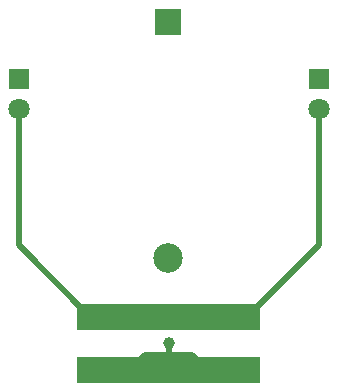
<source format=gbr>
G04 #@! TF.GenerationSoftware,KiCad,Pcbnew,(5.1.5)-3*
G04 #@! TF.CreationDate,2020-04-21T21:54:19-04:00*
G04 #@! TF.ProjectId,Tape and Crossbones 001,54617065-2061-46e6-9420-43726f737362,rev?*
G04 #@! TF.SameCoordinates,Original*
G04 #@! TF.FileFunction,Copper,L2,Bot*
G04 #@! TF.FilePolarity,Positive*
%FSLAX46Y46*%
G04 Gerber Fmt 4.6, Leading zero omitted, Abs format (unit mm)*
G04 Created by KiCad (PCBNEW (5.1.5)-3) date 2020-04-21 21:54:19*
%MOMM*%
%LPD*%
G04 APERTURE LIST*
%ADD10R,9.000000X2.200000*%
%ADD11C,2.500000*%
%ADD12R,2.170000X2.170000*%
%ADD13R,1.800000X1.800000*%
%ADD14C,1.800000*%
%ADD15C,1.000000*%
%ADD16C,0.500000*%
G04 APERTURE END LIST*
D10*
X69366000Y-82768000D03*
X75866000Y-82768000D03*
X69366000Y-78268000D03*
X75866000Y-78268000D03*
D11*
X72616840Y-73340000D03*
D12*
X72616840Y-53340000D03*
D13*
X59944000Y-58166000D03*
D14*
X59944000Y-60706000D03*
X85344000Y-60706000D03*
D13*
X85344000Y-58166000D03*
D15*
X72644000Y-80518000D03*
D16*
X65966000Y-78268000D02*
X69366000Y-78268000D01*
X59944000Y-72246000D02*
X65966000Y-78268000D01*
X59944000Y-60706000D02*
X59944000Y-72246000D01*
X79266000Y-78268000D02*
X75866000Y-78268000D01*
X85344000Y-72190000D02*
X79266000Y-78268000D01*
X85344000Y-60706000D02*
X85344000Y-72190000D01*
X75866000Y-78268000D02*
X69366000Y-78268000D01*
X70600000Y-81534000D02*
X69366000Y-82768000D01*
X72644000Y-81534000D02*
X70600000Y-81534000D01*
X74632000Y-81534000D02*
X75866000Y-82768000D01*
X72644000Y-81534000D02*
X74632000Y-81534000D01*
X72644000Y-81225106D02*
X72644000Y-81534000D01*
X72644000Y-80518000D02*
X72644000Y-81225106D01*
M02*

</source>
